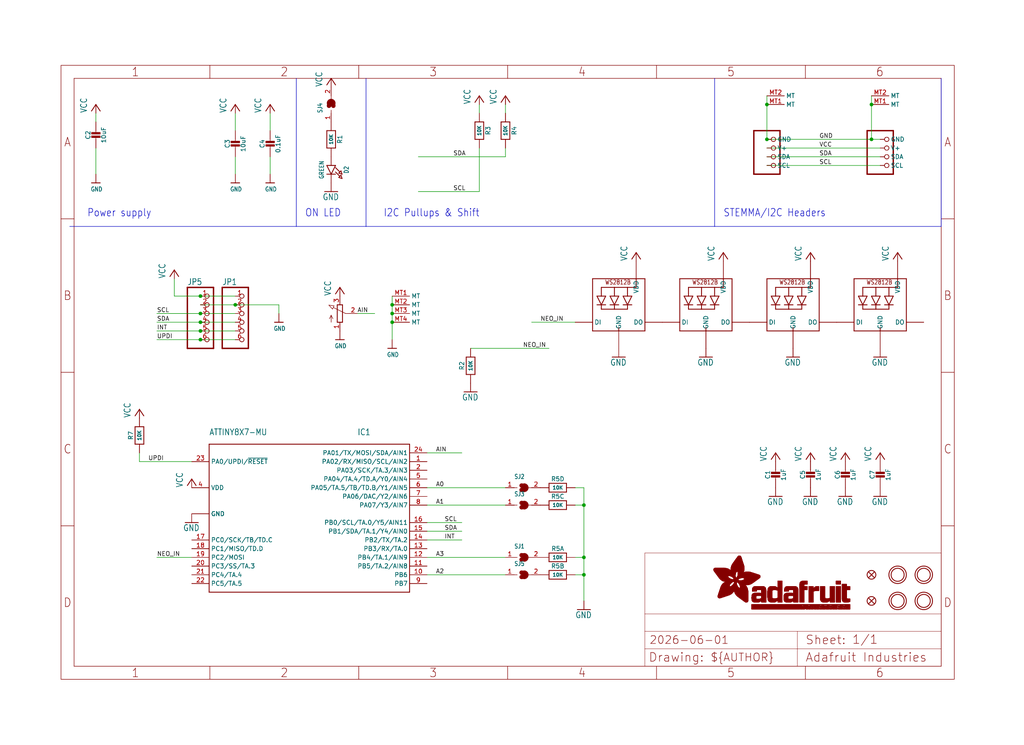
<source format=kicad_sch>
(kicad_sch (version 20230121) (generator eeschema)
  (paper "User" 298.45 217.322)
  (lib_symbols
    (symbol "working-eagle-import:ATTINY8X7-MU"
      (property "Reference" "IC" (at 12.7 25.4 0))
      (symbol "ATTINY8X7-MU_1_0"
        (pin bidirectional line (at 33.02 17.78 180) (length 5.08) (name "PA02/RX/MISO/SCL/AIN2") (number "1"))
        (pin bidirectional line (at 33.02 -15.24 180) (length 5.08) (name "PB6") (number "10"))
        (pin bidirectional line (at 33.02 -12.7 180) (length 5.08) (name "PB5/TA.2/AIN8") (number "11"))
        (pin bidirectional line (at 33.02 -10.16 180) (length 5.08) (name "PB4/TA.1/AIN9") (number "12"))
        (pin bidirectional line (at 33.02 -7.62 180) (length 5.08) (name "PB3/RX/TA.0") (number "13"))
        (pin bidirectional line (at 33.02 -5.08 180) (length 5.08) (name "PB2/TX/TA.2") (number "14"))
        (pin bidirectional line (at 33.02 -2.54 180) (length 5.08) (name "PB1/SDA/TA.1/Y4/AIN0") (number "15"))
        (pin bidirectional line (at 33.02 0 180) (length 5.08) (name "PB0/SCL/TA.0/Y5/AIN11") (number "16"))
        (pin bidirectional line (at -35.56 -5.08 0) (length 5.08) (name "PC0/SCK/TB/TD.C") (number "17"))
        (pin bidirectional line (at -35.56 -7.62 0) (length 5.08) (name "PC1/MISO/TD.D") (number "18"))
        (pin bidirectional line (at -35.56 -10.16 0) (length 5.08) (name "PC2/MOSI") (number "19"))
        (pin bidirectional line (at 33.02 15.24 180) (length 5.08) (name "PA03/SCK/TA.3/AIN3") (number "2"))
        (pin bidirectional line (at -35.56 -12.7 0) (length 5.08) (name "PC3/SS/TA.3") (number "20"))
        (pin bidirectional line (at -35.56 -15.24 0) (length 5.08) (name "PC4/TA.4") (number "21"))
        (pin bidirectional line (at -35.56 -17.78 0) (length 5.08) (name "PC5/TA.5") (number "22"))
        (pin bidirectional line (at -35.56 17.78 0) (length 5.08) (name "PA0/UPDI/~{RESET}") (number "23"))
        (pin bidirectional line (at 33.02 20.32 180) (length 5.08) (name "PA01/TX/MOSI/SDA/AIN1") (number "24"))
        (pin power_in line (at -35.56 2.54 0) (length 5.08) (name "GND") (number "3"))
        (pin power_in line (at -35.56 10.16 0) (length 5.08) (name "VDD") (number "4"))
        (pin bidirectional line (at 33.02 12.7 180) (length 5.08) (name "PA04/TA.4/TD.A/Y0/AIN4") (number "5"))
        (pin bidirectional line (at 33.02 10.16 180) (length 5.08) (name "PA05/TA.5/TB/TD.B/Y1/AIN5") (number "6"))
        (pin bidirectional line (at 33.02 7.62 180) (length 5.08) (name "PA06/DAC/Y2/AIN6") (number "7"))
        (pin bidirectional line (at 33.02 5.08 180) (length 5.08) (name "PA07/Y3/AIN7") (number "8"))
        (pin bidirectional line (at 33.02 -17.78 180) (length 5.08) (name "PB7") (number "9"))
        (pin power_in line (at -35.56 2.54 0) (length 5.08) (name "GND") (number "THERM"))
      )
    )
    (symbol "working-eagle-import:CAP_CERAMIC0603_NO"
      (property "Reference" "C" (at -2.29 1.25 90))
      (symbol "CAP_CERAMIC0603_NO_1_0"
        (pin passive line (at 0 5.08 270) (length 2.54) (name "1") (number "1"))
        (pin passive line (at 0 -2.54 90) (length 2.54) (name "2") (number "2"))
      )
    )
    (symbol "working-eagle-import:CAP_CERAMIC0805-NOOUTLINE"
      (property "Reference" "C" (at -2.29 1.25 90))
      (symbol "CAP_CERAMIC0805-NOOUTLINE_1_0"
        (pin passive line (at 0 5.08 270) (length 2.54) (name "1") (number "1"))
        (pin passive line (at 0 -2.54 90) (length 2.54) (name "2") (number "2"))
      )
    )
    (symbol "working-eagle-import:FIDUCIAL_1MM")
    (symbol "working-eagle-import:FRAME_A4_ADAFRUIT"
      (symbol "FRAME_A4_ADAFRUIT_1_0"
        (text "${#}/${##}" (at 230.505 10.16 0) (effects (font (size 2.54 2.54)) (justify left bottom)))
        (text "${AUTHOR}" (at 189.23 5.08 0) (effects (font (size 2.286 2.286)) (justify left bottom)))
        (text "${CURRENT_DATE}" (at 171.45 10.16 0) (effects (font (size 2.286 2.286)) (justify left bottom)))
        (text "${PROJECTNAME}" (at 171.45 15.24 0) (effects (font (size 2.54 2.54)) (justify left bottom)))
        (text "1" (at 21.6958 1.905 0) (effects (font (size 2.54 2.286))))
        (text "1" (at 21.6958 177.165 0) (effects (font (size 2.54 2.286))))
        (text "2" (at 65.0875 1.905 0) (effects (font (size 2.54 2.286))))
        (text "2" (at 65.0875 177.165 0) (effects (font (size 2.54 2.286))))
        (text "3" (at 108.4792 1.905 0) (effects (font (size 2.54 2.286))))
        (text "3" (at 108.4792 177.165 0) (effects (font (size 2.54 2.286))))
        (text "4" (at 151.8708 1.905 0) (effects (font (size 2.54 2.286))))
        (text "4" (at 151.8708 177.165 0) (effects (font (size 2.54 2.286))))
        (text "5" (at 195.2625 1.905 0) (effects (font (size 2.54 2.286))))
        (text "5" (at 195.2625 177.165 0) (effects (font (size 2.54 2.286))))
        (text "6" (at 238.6542 1.905 0) (effects (font (size 2.54 2.286))))
        (text "6" (at 238.6542 177.165 0) (effects (font (size 2.54 2.286))))
        (text "A" (at 1.905 156.6863 0) (effects (font (size 2.54 2.286))))
        (text "A" (at 258.445 156.6863 0) (effects (font (size 2.54 2.286))))
        (text "Adafruit Industries" (at 216.916 4.953 0) (effects (font (size 2.54 2.54)) (justify left bottom)))
        (text "B" (at 1.905 111.9188 0) (effects (font (size 2.54 2.286))))
        (text "B" (at 258.445 111.9188 0) (effects (font (size 2.54 2.286))))
        (text "C" (at 1.905 67.1513 0) (effects (font (size 2.54 2.286))))
        (text "C" (at 258.445 67.1513 0) (effects (font (size 2.54 2.286))))
        (text "D" (at 1.905 22.3838 0) (effects (font (size 2.54 2.286))))
        (text "D" (at 258.445 22.3838 0) (effects (font (size 2.54 2.286))))
        (text "Drawing:" (at 171.196 4.953 0) (effects (font (size 2.54 2.54)) (justify left bottom)))
        (text "Sheet:" (at 216.916 10.033 0) (effects (font (size 2.54 2.54)) (justify left bottom)))
      )
    )
    (symbol "working-eagle-import:GND" (power)
      (property "Value" "GND" (at -1.524 -2.54 0))
      (symbol "GND_1_0"
        (pin power_in line (at 0 2.54 270) (length 2.54) (name "GND") (number "1"))
      )
    )
    (symbol "working-eagle-import:HEADER-1X670MIL"
      (property "Reference" "JP" (at -6.35 10.795 0))
      (symbol "HEADER-1X670MIL_1_0"
        (pin passive inverted (at -2.54 7.62 0) (length 2.54) (name "1") (number "1"))
        (pin passive inverted (at -2.54 5.08 0) (length 2.54) (name "2") (number "2"))
        (pin passive inverted (at -2.54 2.54 0) (length 2.54) (name "3") (number "3"))
        (pin passive inverted (at -2.54 0 0) (length 2.54) (name "4") (number "4"))
        (pin passive inverted (at -2.54 -2.54 0) (length 2.54) (name "5") (number "5"))
        (pin passive inverted (at -2.54 -5.08 0) (length 2.54) (name "6") (number "6"))
      )
    )
    (symbol "working-eagle-import:LED0603_NOOUTLINE"
      (property "Reference" "D" (at -1.27 4.445 0))
      (symbol "LED0603_NOOUTLINE_1_0"
        (pin passive line (at -5.08 0 0) (length 2.54) (name "A") (number "A"))
        (pin passive line (at 2.54 0 180) (length 2.54) (name "C") (number "C"))
      )
    )
    (symbol "working-eagle-import:MOUNTINGHOLE2.5")
    (symbol "working-eagle-import:RESISTOR_0603_NOOUT"
      (property "Reference" "R" (at 0 2.54 0))
      (symbol "RESISTOR_0603_NOOUT_1_0"
        (pin passive line (at -5.08 0 0) (length 2.54) (name "1") (number "1"))
        (pin passive line (at 5.08 0 180) (length 2.54) (name "2") (number "2"))
      )
    )
    (symbol "working-eagle-import:RESISTOR_4PACK"
      (property "Reference" "R" (at 0 2.54 0))
      (symbol "RESISTOR_4PACK_1_0"
        (pin passive line (at -5.08 0 0) (length 2.54) (name "1") (number "1"))
        (pin passive line (at 5.08 0 180) (length 2.54) (name "2") (number "8"))
      )
      (symbol "RESISTOR_4PACK_2_0"
        (pin passive line (at -5.08 0 0) (length 2.54) (name "1") (number "2"))
        (pin passive line (at 5.08 0 180) (length 2.54) (name "2") (number "7"))
      )
      (symbol "RESISTOR_4PACK_3_0"
        (pin passive line (at -5.08 0 0) (length 2.54) (name "1") (number "3"))
        (pin passive line (at 5.08 0 180) (length 2.54) (name "2") (number "6"))
      )
      (symbol "RESISTOR_4PACK_4_0"
        (pin passive line (at -5.08 0 0) (length 2.54) (name "1") (number "4"))
        (pin passive line (at 5.08 0 180) (length 2.54) (name "2") (number "5"))
      )
    )
    (symbol "working-eagle-import:SLIDE_POT_75MM"
      (symbol "SLIDE_POT_75MM_1_0"
        (pin passive line (at 0 -5.08 90) (length 2.54) (name "A") (number "1"))
        (pin passive line (at 5.08 0 180) (length 2.54) (name "S") (number "2"))
        (pin passive line (at 0 5.08 270) (length 2.54) (name "E") (number "3"))
      )
      (symbol "SLIDE_POT_75MM_2_0"
        (pin bidirectional line (at 0 0 0) (length 5.08) (name "MT") (number "MT1"))
      )
      (symbol "SLIDE_POT_75MM_3_0"
        (pin bidirectional line (at 0 0 0) (length 5.08) (name "MT") (number "MT2"))
      )
      (symbol "SLIDE_POT_75MM_4_0"
        (pin bidirectional line (at 0 0 0) (length 5.08) (name "MT") (number "MT3"))
      )
      (symbol "SLIDE_POT_75MM_5_0"
        (pin bidirectional line (at 0 0 0) (length 5.08) (name "MT") (number "MT4"))
      )
    )
    (symbol "working-eagle-import:SOLDERJUMPERCLOSED"
      (property "Reference" "SJ" (at -2.54 2.54 0))
      (symbol "SOLDERJUMPERCLOSED_1_0"
        (pin passive line (at -5.08 0 0) (length 2.54) (name "1") (number "1"))
        (pin passive line (at 5.08 0 180) (length 2.54) (name "2") (number "2"))
      )
    )
    (symbol "working-eagle-import:STEMMA_I2C_QT"
      (symbol "STEMMA_I2C_QT_1_0"
        (pin passive inverted (at 0 5.08 0) (length 2.54) (name "GND") (number "1"))
        (pin passive inverted (at 0 2.54 0) (length 2.54) (name "V+") (number "2"))
        (pin passive inverted (at 0 0 0) (length 2.54) (name "SDA") (number "3"))
        (pin passive inverted (at 0 -2.54 0) (length 2.54) (name "SCL") (number "4"))
      )
      (symbol "STEMMA_I2C_QT_2_0"
        (pin bidirectional line (at 0 0 0) (length 5.08) (name "MT") (number "MT1"))
      )
      (symbol "STEMMA_I2C_QT_3_0"
        (pin bidirectional line (at 0 0 0) (length 5.08) (name "MT") (number "MT2"))
      )
    )
    (symbol "working-eagle-import:VCC" (power)
      (property "Value" "VCC" (at -2.54 -2.54 90))
      (symbol "VCC_1_0"
        (pin power_in line (at 0 -2.54 90) (length 2.54) (name "VCC") (number "1"))
      )
    )
    (symbol "working-eagle-import:WS2812B_SK6812E"
      (symbol "WS2812B_SK6812E_1_0"
        (text "WS2812B" (at -4.064 8.382 0) (effects (font (size 1.27 1.0795)) (justify left bottom)))
        (pin power_in line (at 5.08 15.24 270) (length 5.08) (name "VDD") (number "1-VDD"))
        (pin output line (at 12.7 -2.54 180) (length 5.08) (name "DO") (number "2-DOUT"))
        (pin power_in line (at 0 -10.16 90) (length 5.08) (name "GND") (number "3-GND"))
        (pin input line (at -12.7 -2.54 0) (length 5.08) (name "DI") (number "4-DIN"))
      )
    )
    (symbol "working-eagle-import:supply1_GND" (power)
      (property "Value" "supply1_GND" (at -2.54 -2.54 0))
      (symbol "supply1_GND_1_0"
        (pin power_in line (at 0 2.54 270) (length 2.54) (name "GND") (number "1"))
      )
    )
  )
  (junction (at 170.18 162.56))
  (junction (at 58.42 91.44))
  (junction (at 114.3 93.98))
  (junction (at 58.42 96.52))
  (junction (at 58.42 86.36))
  (junction (at 254 40.64))
  (junction (at 223.52 40.64))
  (junction (at 114.3 91.44))
  (junction (at 223.52 30.48))
  (junction (at 170.18 147.32))
  (junction (at 68.58 88.9))
  (junction (at 114.3 88.9))
  (junction (at 170.18 167.64))
  (junction (at 254 30.48))
  (junction (at 58.42 99.06))
  (junction (at 58.42 93.98))
  (wire (pts (xy 27.94 50.8) (xy 27.94 43.18)) (stroke (width 0.1524)))
  (wire (pts (xy 114.3 93.98) (xy 114.3 99.06)) (stroke (width 0.1524)))
  (wire (pts (xy 256.54 40.64) (xy 254 40.64)) (stroke (width 0.1524)))
  (wire (pts (xy 58.42 86.36) (xy 50.8 86.36)) (stroke (width 0.1524)))
  (wire (pts (xy 124.46 147.32) (xy 147.32 147.32)) (stroke (width 0.1524)))
  (wire (pts (xy 114.3 86.36) (xy 114.3 88.9)) (stroke (width 0.1524)))
  (wire (pts (xy 170.18 142.24) (xy 170.18 147.32)) (stroke (width 0.1524)))
  (wire (pts (xy 68.58 93.98) (xy 58.42 93.98)) (stroke (width 0.1524)))
  (wire (pts (xy 58.42 96.52) (xy 45.72 96.52)) (stroke (width 0.1524)))
  (wire (pts (xy 254 40.64) (xy 223.52 40.64)) (stroke (width 0.1524)))
  (wire (pts (xy 68.58 88.9) (xy 58.42 88.9)) (stroke (width 0.1524)))
  (polyline (pts (xy 106.68 66.04) (xy 208.28 66.04)) (stroke (width 0.1524) (type solid)))
  (wire (pts (xy 223.52 48.26) (xy 256.54 48.26)) (stroke (width 0.1524)))
  (wire (pts (xy 254 30.48) (xy 254 40.64)) (stroke (width 0.1524)))
  (wire (pts (xy 68.58 33.02) (xy 68.58 38.1)) (stroke (width 0.1524)))
  (wire (pts (xy 167.64 93.98) (xy 154.94 93.98)) (stroke (width 0.1524)))
  (wire (pts (xy 223.52 43.18) (xy 256.54 43.18)) (stroke (width 0.1524)))
  (wire (pts (xy 27.94 33.02) (xy 27.94 35.56)) (stroke (width 0.1524)))
  (wire (pts (xy 78.74 33.02) (xy 78.74 38.1)) (stroke (width 0.1524)))
  (wire (pts (xy 124.46 154.94) (xy 134.62 154.94)) (stroke (width 0.1524)))
  (wire (pts (xy 160.02 101.6) (xy 137.16 101.6)) (stroke (width 0.1524)))
  (wire (pts (xy 114.3 88.9) (xy 114.3 91.44)) (stroke (width 0.1524)))
  (wire (pts (xy 170.18 147.32) (xy 170.18 162.56)) (stroke (width 0.1524)))
  (wire (pts (xy 68.58 99.06) (xy 58.42 99.06)) (stroke (width 0.1524)))
  (polyline (pts (xy 208.28 22.86) (xy 208.28 66.04)) (stroke (width 0.1524) (type solid)))
  (wire (pts (xy 139.7 55.88) (xy 121.92 55.88)) (stroke (width 0.1524)))
  (wire (pts (xy 147.32 43.18) (xy 147.32 45.72)) (stroke (width 0.1524)))
  (wire (pts (xy 170.18 162.56) (xy 167.64 162.56)) (stroke (width 0.1524)))
  (wire (pts (xy 256.54 45.72) (xy 223.52 45.72)) (stroke (width 0.1524)))
  (wire (pts (xy 139.7 43.18) (xy 139.7 55.88)) (stroke (width 0.1524)))
  (wire (pts (xy 104.14 91.44) (xy 109.22 91.44)) (stroke (width 0.1524)))
  (polyline (pts (xy 274.32 22.86) (xy 274.32 66.04)) (stroke (width 0.1524) (type solid)))
  (wire (pts (xy 124.46 157.48) (xy 134.62 157.48)) (stroke (width 0.1524)))
  (wire (pts (xy 147.32 33.02) (xy 147.32 30.48)) (stroke (width 0.1524)))
  (polyline (pts (xy 20.32 66.04) (xy 86.36 66.04)) (stroke (width 0.1524) (type solid)))
  (wire (pts (xy 223.52 30.48) (xy 223.52 40.64)) (stroke (width 0.1524)))
  (wire (pts (xy 68.58 96.52) (xy 58.42 96.52)) (stroke (width 0.1524)))
  (wire (pts (xy 81.28 88.9) (xy 81.28 91.44)) (stroke (width 0.1524)))
  (polyline (pts (xy 86.36 66.04) (xy 106.68 66.04)) (stroke (width 0.1524) (type solid)))
  (wire (pts (xy 68.58 91.44) (xy 58.42 91.44)) (stroke (width 0.1524)))
  (wire (pts (xy 55.88 162.56) (xy 45.72 162.56)) (stroke (width 0.1524)))
  (wire (pts (xy 223.52 27.94) (xy 223.52 30.48)) (stroke (width 0.1524)))
  (wire (pts (xy 139.7 30.48) (xy 139.7 33.02)) (stroke (width 0.1524)))
  (wire (pts (xy 78.74 45.72) (xy 78.74 50.8)) (stroke (width 0.1524)))
  (wire (pts (xy 40.64 134.62) (xy 40.64 132.08)) (stroke (width 0.1524)))
  (wire (pts (xy 167.64 167.64) (xy 170.18 167.64)) (stroke (width 0.1524)))
  (wire (pts (xy 50.8 86.36) (xy 50.8 81.28)) (stroke (width 0.1524)))
  (wire (pts (xy 147.32 142.24) (xy 124.46 142.24)) (stroke (width 0.1524)))
  (wire (pts (xy 170.18 167.64) (xy 170.18 175.26)) (stroke (width 0.1524)))
  (wire (pts (xy 68.58 86.36) (xy 58.42 86.36)) (stroke (width 0.1524)))
  (wire (pts (xy 167.64 142.24) (xy 170.18 142.24)) (stroke (width 0.1524)))
  (wire (pts (xy 68.58 88.9) (xy 81.28 88.9)) (stroke (width 0.1524)))
  (wire (pts (xy 124.46 152.4) (xy 134.62 152.4)) (stroke (width 0.1524)))
  (polyline (pts (xy 106.68 22.86) (xy 106.68 66.04)) (stroke (width 0.1524) (type solid)))
  (polyline (pts (xy 86.36 22.86) (xy 86.36 66.04)) (stroke (width 0.1524) (type solid)))
  (wire (pts (xy 55.88 134.62) (xy 40.64 134.62)) (stroke (width 0.1524)))
  (wire (pts (xy 147.32 167.64) (xy 124.46 167.64)) (stroke (width 0.1524)))
  (wire (pts (xy 147.32 45.72) (xy 121.92 45.72)) (stroke (width 0.1524)))
  (wire (pts (xy 167.64 147.32) (xy 170.18 147.32)) (stroke (width 0.1524)))
  (wire (pts (xy 58.42 99.06) (xy 45.72 99.06)) (stroke (width 0.1524)))
  (wire (pts (xy 68.58 45.72) (xy 68.58 50.8)) (stroke (width 0.1524)))
  (wire (pts (xy 254 27.94) (xy 254 30.48)) (stroke (width 0.1524)))
  (wire (pts (xy 58.42 93.98) (xy 45.72 93.98)) (stroke (width 0.1524)))
  (wire (pts (xy 114.3 91.44) (xy 114.3 93.98)) (stroke (width 0.1524)))
  (wire (pts (xy 170.18 162.56) (xy 170.18 167.64)) (stroke (width 0.1524)))
  (wire (pts (xy 124.46 162.56) (xy 147.32 162.56)) (stroke (width 0.1524)))
  (wire (pts (xy 58.42 91.44) (xy 45.72 91.44)) (stroke (width 0.1524)))
  (polyline (pts (xy 208.28 66.04) (xy 274.32 66.04)) (stroke (width 0.1524) (type solid)))
  (wire (pts (xy 124.46 132.08) (xy 134.62 132.08)) (stroke (width 0.1524)))
  (text "ON LED" (at 88.9 63.5 0) (effects (font (size 2.1844 1.8567)) (justify left bottom)))
  (text "Power supply" (at 25.4 63.5 0) (effects (font (size 2.1844 1.8567)) (justify left bottom)))
  (text "I2C Pullups & Shift" (at 111.76 63.5 0) (effects (font (size 2.1844 1.8567)) (justify left bottom)))
  (text "STEMMA/I2C Headers" (at 210.82 63.5 0) (effects (font (size 2.1844 1.8567)) (justify left bottom)))
  (label "INT" (at 129.54 157.48 0) (effects (font (size 1.2446 1.2446))))
  (label "UPDI" (at 43.18 134.62 0) (effects (font (size 1.2446 1.2446))))
  (label "SDA" (at 238.76 45.72 0) (effects (font (size 1.2446 1.2446))))
  (label "A3" (at 127 162.56 0) (effects (font (size 1.2446 1.2446))))
  (label "VCC" (at 238.76 43.18 0) (effects (font (size 1.2446 1.2446))))
  (label "AIN" (at 127 132.08 0) (effects (font (size 1.2446 1.2446))))
  (label "GND" (at 238.76 40.64 0) (effects (font (size 1.2446 1.2446))))
  (label "UPDI" (at 45.72 99.06 0) (effects (font (size 1.2446 1.2446))))
  (label "A2" (at 127 167.64 0) (effects (font (size 1.2446 1.2446))))
  (label "A1" (at 127 147.32 0) (effects (font (size 1.2446 1.2446))))
  (label "NEO_IN" (at 45.72 162.56 0) (effects (font (size 1.2446 1.2446))))
  (label "INT" (at 45.72 96.52 0) (effects (font (size 1.2446 1.2446))))
  (label "SDA" (at 132.08 45.72 0) (effects (font (size 1.2446 1.2446))))
  (label "SCL" (at 45.72 91.44 0) (effects (font (size 1.2446 1.2446))))
  (label "SCL" (at 238.76 48.26 0) (effects (font (size 1.2446 1.2446))))
  (label "NEO_IN" (at 152.4 101.6 0) (effects (font (size 1.2446 1.2446))))
  (label "SCL" (at 132.08 55.88 0) (effects (font (size 1.2446 1.2446))))
  (label "NEO_IN" (at 157.48 93.98 0) (effects (font (size 1.2446 1.2446))))
  (label "AIN" (at 104.14 91.44 0) (effects (font (size 1.2446 1.2446))))
  (label "SDA" (at 45.72 93.98 0) (effects (font (size 1.2446 1.2446))))
  (label "A0" (at 127 142.24 0) (effects (font (size 1.2446 1.2446))))
  (label "SCL" (at 129.54 152.4 0) (effects (font (size 1.2446 1.2446))))
  (label "SDA" (at 129.54 154.94 0) (effects (font (size 1.2446 1.2446))))
  (symbol (lib_id "working-eagle-import:CAP_CERAMIC0603_NO") (at 236.22 139.7 0) (unit 1)
    (property "Reference" "C5" (at 233.93 138.45 90))
    (property "Value" "1uF" (at 238.52 138.45 90))
    (property "Footprint" "working:0603-NO" (effects hide))
  )
  (symbol (lib_id "working-eagle-import:STEMMA_I2C_QT") (at 254 30.48 0) (unit 2)
    (property "Reference" "CONN4" (effects hide))
    (property "Value" "STEMMA_I2C_QT" (effects hide))
    (property "Footprint" "working:JST_SH4" (effects hide))
  )
  (symbol (lib_id "working-eagle-import:VCC") (at 27.94 30.48 0) (unit 1)
    (property "Reference" "#P+3" (effects hide))
    (property "Value" "VCC" (at 25.4 33.02 90) (effects (font (size 1.778 1.5113)) (justify left bottom)))
  )
  (symbol (lib_id "working-eagle-import:MOUNTINGHOLE2.5") (at 261.62 167.64 0) (unit 1)
    (property "Reference" "U$17" (effects hide))
    (property "Value" "MOUNTINGHOLE2.5" (effects hide))
    (property "Footprint" "working:MOUNTINGHOLE_2.5_PLATED" (effects hide))
  )
  (symbol (lib_id "working-eagle-import:SOLDERJUMPERCLOSED") (at 152.4 167.64 0) (unit 1)
    (property "Reference" "SJ5" (at 149.86 165.1 0) (effects (font (size 1.27 1.0795)) (justify left bottom)))
    (property "Value" "SOLDERJUMPERCLOSED" (effects hide))
    (property "Footprint" "working:SOLDERJUMPER_CLOSEDWIRE" (effects hide))
  )
  (symbol (lib_id "working-eagle-import:CAP_CERAMIC0603_NO") (at 256.54 139.7 0) (unit 1)
    (property "Reference" "C7" (at 254.25 138.45 90))
    (property "Value" "1uF" (at 258.84 138.45 90))
    (property "Footprint" "working:0603-NO" (effects hide))
  )
  (symbol (lib_id "working-eagle-import:supply1_GND") (at 236.22 144.78 0) (unit 1)
    (property "Reference" "#GND4" (effects hide))
    (property "Value" "GND" (at 233.68 147.32 0) (effects (font (size 1.778 1.5113)) (justify left bottom)))
  )
  (symbol (lib_id "working-eagle-import:GND") (at 114.3 101.6 0) (unit 1)
    (property "Reference" "#U$18" (effects hide))
    (property "Value" "GND" (at 112.776 104.14 0) (effects (font (size 1.27 1.0795)) (justify left bottom)))
  )
  (symbol (lib_id "working-eagle-import:MOUNTINGHOLE2.5") (at 269.24 167.64 0) (unit 1)
    (property "Reference" "U$19" (effects hide))
    (property "Value" "MOUNTINGHOLE2.5" (effects hide))
    (property "Footprint" "working:MOUNTINGHOLE_2.5_PLATED" (effects hide))
  )
  (symbol (lib_id "working-eagle-import:VCC") (at 96.52 22.86 0) (unit 1)
    (property "Reference" "#P+17" (effects hide))
    (property "Value" "VCC" (at 93.98 25.4 90) (effects (font (size 1.778 1.5113)) (justify left bottom)))
  )
  (symbol (lib_id "working-eagle-import:supply1_GND") (at 180.34 104.14 0) (unit 1)
    (property "Reference" "#GND1" (effects hide))
    (property "Value" "GND" (at 177.8 106.68 0) (effects (font (size 1.778 1.5113)) (justify left bottom)))
  )
  (symbol (lib_id "working-eagle-import:supply1_GND") (at 137.16 114.3 0) (unit 1)
    (property "Reference" "#GND14" (effects hide))
    (property "Value" "GND" (at 134.62 116.84 0) (effects (font (size 1.778 1.5113)) (justify left bottom)))
  )
  (symbol (lib_id "working-eagle-import:SLIDE_POT_75MM") (at 114.3 88.9 0) (unit 3)
    (property "Reference" "POT1" (effects hide))
    (property "Value" "SLIDE_POT_75MM" (effects hide))
    (property "Footprint" "working:SLIDE_POT_75MM" (effects hide))
  )
  (symbol (lib_id "working-eagle-import:supply1_GND") (at 246.38 144.78 0) (unit 1)
    (property "Reference" "#GND5" (effects hide))
    (property "Value" "GND" (at 243.84 147.32 0) (effects (font (size 1.778 1.5113)) (justify left bottom)))
  )
  (symbol (lib_id "working-eagle-import:FIDUCIAL_1MM") (at 254 167.64 0) (unit 1)
    (property "Reference" "FID2" (effects hide))
    (property "Value" "FIDUCIAL_1MM" (effects hide))
    (property "Footprint" "working:FIDUCIAL_1MM" (effects hide))
  )
  (symbol (lib_id "working-eagle-import:VCC") (at 236.22 132.08 0) (unit 1)
    (property "Reference" "#P+11" (effects hide))
    (property "Value" "VCC" (at 233.68 134.62 90) (effects (font (size 1.778 1.5113)) (justify left bottom)))
  )
  (symbol (lib_id "working-eagle-import:SOLDERJUMPERCLOSED") (at 152.4 147.32 0) (unit 1)
    (property "Reference" "SJ3" (at 149.86 144.78 0) (effects (font (size 1.27 1.0795)) (justify left bottom)))
    (property "Value" "SOLDERJUMPERCLOSED" (effects hide))
    (property "Footprint" "working:SOLDERJUMPER_CLOSEDWIRE" (effects hide))
  )
  (symbol (lib_id "working-eagle-import:RESISTOR_4PACK") (at 162.56 142.24 0) (unit 4)
    (property "Reference" "R5" (at 162.56 139.7 0))
    (property "Value" "10K" (at 162.56 142.24 0) (effects (font (size 1.016 1.016) bold)))
    (property "Footprint" "working:RESPACK_4X0603" (effects hide))
  )
  (symbol (lib_id "working-eagle-import:supply1_GND") (at 55.88 152.4 0) (unit 1)
    (property "Reference" "#GND16" (effects hide))
    (property "Value" "GND" (at 53.34 154.94 0) (effects (font (size 1.778 1.5113)) (justify left bottom)))
  )
  (symbol (lib_id "working-eagle-import:SLIDE_POT_75MM") (at 114.3 86.36 0) (unit 2)
    (property "Reference" "POT1" (effects hide))
    (property "Value" "SLIDE_POT_75MM" (effects hide))
    (property "Footprint" "working:SLIDE_POT_75MM" (effects hide))
  )
  (symbol (lib_id "working-eagle-import:RESISTOR_0603_NOOUT") (at 139.7 38.1 270) (unit 1)
    (property "Reference" "R3" (at 142.24 38.1 0))
    (property "Value" "10K" (at 139.7 38.1 0) (effects (font (size 1.016 1.016) bold)))
    (property "Footprint" "working:0603-NO" (effects hide))
  )
  (symbol (lib_id "working-eagle-import:SOLDERJUMPERCLOSED") (at 152.4 142.24 0) (unit 1)
    (property "Reference" "SJ2" (at 149.86 139.7 0) (effects (font (size 1.27 1.0795)) (justify left bottom)))
    (property "Value" "SOLDERJUMPERCLOSED" (effects hide))
    (property "Footprint" "working:SOLDERJUMPER_CLOSEDWIRE" (effects hide))
  )
  (symbol (lib_id "working-eagle-import:VCC") (at 68.58 30.48 0) (unit 1)
    (property "Reference" "#P+6" (effects hide))
    (property "Value" "VCC" (at 66.04 33.02 90) (effects (font (size 1.778 1.5113)) (justify left bottom)))
  )
  (symbol (lib_id "working-eagle-import:GND") (at 78.74 53.34 0) (unit 1)
    (property "Reference" "#U$6" (effects hide))
    (property "Value" "GND" (at 77.216 55.88 0) (effects (font (size 1.27 1.0795)) (justify left bottom)))
  )
  (symbol (lib_id "working-eagle-import:GND") (at 81.28 93.98 0) (unit 1)
    (property "Reference" "#U$10" (effects hide))
    (property "Value" "GND" (at 79.756 96.52 0) (effects (font (size 1.27 1.0795)) (justify left bottom)))
  )
  (symbol (lib_id "working-eagle-import:VCC") (at 139.7 27.94 0) (unit 1)
    (property "Reference" "#P+1" (effects hide))
    (property "Value" "VCC" (at 137.16 30.48 90) (effects (font (size 1.778 1.5113)) (justify left bottom)))
  )
  (symbol (lib_id "working-eagle-import:supply1_GND") (at 256.54 144.78 0) (unit 1)
    (property "Reference" "#GND7" (effects hide))
    (property "Value" "GND" (at 254 147.32 0) (effects (font (size 1.778 1.5113)) (justify left bottom)))
  )
  (symbol (lib_id "working-eagle-import:CAP_CERAMIC0603_NO") (at 78.74 43.18 0) (unit 1)
    (property "Reference" "C4" (at 76.45 41.93 90))
    (property "Value" "0.1uF" (at 81.04 41.93 90))
    (property "Footprint" "working:0603-NO" (effects hide))
  )
  (symbol (lib_id "working-eagle-import:SLIDE_POT_75MM") (at 114.3 91.44 0) (unit 4)
    (property "Reference" "POT1" (effects hide))
    (property "Value" "SLIDE_POT_75MM" (effects hide))
    (property "Footprint" "working:SLIDE_POT_75MM" (effects hide))
  )
  (symbol (lib_id "working-eagle-import:STEMMA_I2C_QT") (at 223.52 30.48 0) (unit 2)
    (property "Reference" "CONN3" (effects hide))
    (property "Value" "STEMMA_I2C_QT" (effects hide))
    (property "Footprint" "working:JST_SH4" (effects hide))
  )
  (symbol (lib_id "working-eagle-import:SLIDE_POT_75MM") (at 99.06 91.44 0) (unit 1)
    (property "Reference" "POT1" (effects hide))
    (property "Value" "SLIDE_POT_75MM" (effects hide))
    (property "Footprint" "working:SLIDE_POT_75MM" (effects hide))
  )
  (symbol (lib_id "working-eagle-import:supply1_GND") (at 96.52 55.88 0) (unit 1)
    (property "Reference" "#GND6" (effects hide))
    (property "Value" "GND" (at 93.98 58.42 0) (effects (font (size 1.778 1.5113)) (justify left bottom)))
  )
  (symbol (lib_id "working-eagle-import:RESISTOR_4PACK") (at 162.56 167.64 0) (unit 2)
    (property "Reference" "R5" (at 162.56 165.1 0))
    (property "Value" "10K" (at 162.56 167.64 0) (effects (font (size 1.016 1.016) bold)))
    (property "Footprint" "working:RESPACK_4X0603" (effects hide))
  )
  (symbol (lib_id "working-eagle-import:RESISTOR_0603_NOOUT") (at 40.64 127 90) (unit 1)
    (property "Reference" "R7" (at 38.1 127 0))
    (property "Value" "10K" (at 40.64 127 0) (effects (font (size 1.016 1.016) bold)))
    (property "Footprint" "working:0603-NO" (effects hide))
  )
  (symbol (lib_id "working-eagle-import:CAP_CERAMIC0805-NOOUTLINE") (at 68.58 43.18 0) (unit 1)
    (property "Reference" "C3" (at 66.29 41.93 90))
    (property "Value" "10uF" (at 70.88 41.93 90))
    (property "Footprint" "working:0805-NO" (effects hide))
  )
  (symbol (lib_id "working-eagle-import:RESISTOR_0603_NOOUT") (at 137.16 106.68 90) (unit 1)
    (property "Reference" "R2" (at 134.62 106.68 0))
    (property "Value" "10K" (at 137.16 106.68 0) (effects (font (size 1.016 1.016) bold)))
    (property "Footprint" "working:0603-NO" (effects hide))
  )
  (symbol (lib_id "working-eagle-import:VCC") (at 236.22 73.66 0) (unit 1)
    (property "Reference" "#P+8" (effects hide))
    (property "Value" "VCC" (at 233.68 76.2 90) (effects (font (size 1.778 1.5113)) (justify left bottom)))
  )
  (symbol (lib_id "working-eagle-import:RESISTOR_4PACK") (at 162.56 162.56 0) (unit 1)
    (property "Reference" "R5" (at 162.56 160.02 0))
    (property "Value" "10K" (at 162.56 162.56 0) (effects (font (size 1.016 1.016) bold)))
    (property "Footprint" "working:RESPACK_4X0603" (effects hide))
  )
  (symbol (lib_id "working-eagle-import:VCC") (at 185.42 73.66 0) (unit 1)
    (property "Reference" "#P+5" (effects hide))
    (property "Value" "VCC" (at 182.88 76.2 90) (effects (font (size 1.778 1.5113)) (justify left bottom)))
  )
  (symbol (lib_id "working-eagle-import:RESISTOR_0603_NOOUT") (at 96.52 40.64 270) (unit 1)
    (property "Reference" "R1" (at 99.06 40.64 0))
    (property "Value" "10K" (at 96.52 40.64 0) (effects (font (size 1.016 1.016) bold)))
    (property "Footprint" "working:0603-NO" (effects hide))
  )
  (symbol (lib_id "working-eagle-import:WS2812B_SK6812E") (at 256.54 91.44 0) (unit 1)
    (property "Reference" "LED4" (effects hide))
    (property "Value" "WS2812B_SK6812E" (effects hide))
    (property "Footprint" "working:NEO3535_REVERSE" (effects hide))
  )
  (symbol (lib_id "working-eagle-import:CAP_CERAMIC0603_NO") (at 226.06 139.7 0) (unit 1)
    (property "Reference" "C1" (at 223.77 138.45 90))
    (property "Value" "1uF" (at 228.36 138.45 90))
    (property "Footprint" "working:0603-NO" (effects hide))
  )
  (symbol (lib_id "working-eagle-import:VCC") (at 226.06 132.08 0) (unit 1)
    (property "Reference" "#P+10" (effects hide))
    (property "Value" "VCC" (at 223.52 134.62 90) (effects (font (size 1.778 1.5113)) (justify left bottom)))
  )
  (symbol (lib_id "working-eagle-import:VCC") (at 261.62 73.66 0) (unit 1)
    (property "Reference" "#P+9" (effects hide))
    (property "Value" "VCC" (at 259.08 76.2 90) (effects (font (size 1.778 1.5113)) (justify left bottom)))
  )
  (symbol (lib_id "working-eagle-import:MOUNTINGHOLE2.5") (at 269.24 175.26 0) (unit 1)
    (property "Reference" "U$21" (effects hide))
    (property "Value" "MOUNTINGHOLE2.5" (effects hide))
    (property "Footprint" "working:MOUNTINGHOLE_2.5_PLATED" (effects hide))
  )
  (symbol (lib_id "working-eagle-import:LED0603_NOOUTLINE") (at 96.52 50.8 270) (unit 1)
    (property "Reference" "D2" (at 100.965 49.53 0) (effects (font (size 1.27 1.0795))))
    (property "Value" "GREEN" (at 93.726 49.53 0) (effects (font (size 1.27 1.0795))))
    (property "Footprint" "working:CHIPLED_0603_NOOUTLINE" (effects hide))
  )
  (symbol (lib_id "working-eagle-import:CAP_CERAMIC0805-NOOUTLINE") (at 27.94 40.64 0) (unit 1)
    (property "Reference" "C2" (at 25.65 39.39 90))
    (property "Value" "10uF" (at 30.24 39.39 90))
    (property "Footprint" "working:0805-NO" (effects hide))
  )
  (symbol (lib_id "working-eagle-import:VCC") (at 256.54 132.08 0) (unit 1)
    (property "Reference" "#P+13" (effects hide))
    (property "Value" "VCC" (at 254 134.62 90) (effects (font (size 1.778 1.5113)) (justify left bottom)))
  )
  (symbol (lib_id "working-eagle-import:MOUNTINGHOLE2.5") (at 261.62 175.26 0) (unit 1)
    (property "Reference" "U$3" (effects hide))
    (property "Value" "MOUNTINGHOLE2.5" (effects hide))
    (property "Footprint" "working:MOUNTINGHOLE_2.5_PLATED" (effects hide))
  )
  (symbol (lib_id "working-eagle-import:HEADER-1X670MIL") (at 71.12 93.98 0) (unit 1)
    (property "Reference" "JP1" (at 64.77 83.185 0) (effects (font (size 1.778 1.5113)) (justify left bottom)))
    (property "Value" "HEADER-1X670MIL" (effects hide))
    (property "Footprint" "working:1X06_ROUND_70" (effects hide))
  )
  (symbol (lib_id "working-eagle-import:GND") (at 68.58 53.34 0) (unit 1)
    (property "Reference" "#U$5" (effects hide))
    (property "Value" "GND" (at 67.056 55.88 0) (effects (font (size 1.27 1.0795)) (justify left bottom)))
  )
  (symbol (lib_id "working-eagle-import:VCC") (at 50.8 78.74 0) (unit 1)
    (property "Reference" "#P+4" (effects hide))
    (property "Value" "VCC" (at 48.26 81.28 90) (effects (font (size 1.778 1.5113)) (justify left bottom)))
  )
  (symbol (lib_id "working-eagle-import:WS2812B_SK6812E") (at 231.14 91.44 0) (unit 1)
    (property "Reference" "LED3" (effects hide))
    (property "Value" "WS2812B_SK6812E" (effects hide))
    (property "Footprint" "working:NEO3535_REVERSE" (effects hide))
  )
  (symbol (lib_id "working-eagle-import:VCC") (at 78.74 30.48 0) (unit 1)
    (property "Reference" "#P+16" (effects hide))
    (property "Value" "VCC" (at 76.2 33.02 90) (effects (font (size 1.778 1.5113)) (justify left bottom)))
  )
  (symbol (lib_id "working-eagle-import:VCC") (at 147.32 27.94 0) (unit 1)
    (property "Reference" "#P+2" (effects hide))
    (property "Value" "VCC" (at 144.78 30.48 90) (effects (font (size 1.778 1.5113)) (justify left bottom)))
  )
  (symbol (lib_id "working-eagle-import:RESISTOR_4PACK") (at 162.56 147.32 0) (unit 3)
    (property "Reference" "R5" (at 162.56 144.78 0))
    (property "Value" "10K" (at 162.56 147.32 0) (effects (font (size 1.016 1.016) bold)))
    (property "Footprint" "working:RESPACK_4X0603" (effects hide))
  )
  (symbol (lib_id "working-eagle-import:supply1_GND") (at 231.14 104.14 0) (unit 1)
    (property "Reference" "#GND8" (effects hide))
    (property "Value" "GND" (at 228.6 106.68 0) (effects (font (size 1.778 1.5113)) (justify left bottom)))
  )
  (symbol (lib_id "working-eagle-import:SOLDERJUMPERCLOSED") (at 96.52 30.48 90) (unit 1)
    (property "Reference" "SJ4" (at 93.98 33.02 0) (effects (font (size 1.27 1.0795)) (justify left bottom)))
    (property "Value" "SOLDERJUMPERCLOSED" (effects hide))
    (property "Footprint" "working:SOLDERJUMPER_CLOSEDWIRE" (effects hide))
  )
  (symbol (lib_id "working-eagle-import:VCC") (at 210.82 73.66 0) (unit 1)
    (property "Reference" "#P+7" (effects hide))
    (property "Value" "VCC" (at 208.28 76.2 90) (effects (font (size 1.778 1.5113)) (justify left bottom)))
  )
  (symbol (lib_id "working-eagle-import:VCC") (at 40.64 119.38 0) (unit 1)
    (property "Reference" "#P+14" (effects hide))
    (property "Value" "VCC" (at 38.1 121.92 90) (effects (font (size 1.778 1.5113)) (justify left bottom)))
  )
  (symbol (lib_id "working-eagle-import:STEMMA_I2C_QT") (at 223.52 45.72 0) (unit 1)
    (property "Reference" "CONN3" (effects hide))
    (property "Value" "STEMMA_I2C_QT" (effects hide))
    (property "Footprint" "working:JST_SH4" (effects hide))
  )
  (symbol (lib_id "working-eagle-import:VCC") (at 99.06 83.82 0) (unit 1)
    (property "Reference" "#P+15" (effects hide))
    (property "Value" "VCC" (at 96.52 86.36 90) (effects (font (size 1.778 1.5113)) (justify left bottom)))
  )
  (symbol (lib_id "working-eagle-import:WS2812B_SK6812E") (at 180.34 91.44 0) (unit 1)
    (property "Reference" "LED1" (effects hide))
    (property "Value" "WS2812B_SK6812E" (effects hide))
    (property "Footprint" "working:NEO3535_REVERSE" (effects hide))
  )
  (symbol (lib_id "working-eagle-import:GND") (at 99.06 99.06 0) (unit 1)
    (property "Reference" "#U$11" (effects hide))
    (property "Value" "GND" (at 97.536 101.6 0) (effects (font (size 1.27 1.0795)) (justify left bottom)))
  )
  (symbol (lib_id "working-eagle-import:GND") (at 27.94 53.34 0) (unit 1)
    (property "Reference" "#U$13" (effects hide))
    (property "Value" "GND" (at 26.416 55.88 0) (effects (font (size 1.27 1.0795)) (justify left bottom)))
  )
  (symbol (lib_id "working-eagle-import:supply1_GND") (at 226.06 144.78 0) (unit 1)
    (property "Reference" "#GND3" (effects hide))
    (property "Value" "GND" (at 223.52 147.32 0) (effects (font (size 1.778 1.5113)) (justify left bottom)))
  )
  (symbol (lib_id "working-eagle-import:WS2812B_SK6812E") (at 205.74 91.44 0) (unit 1)
    (property "Reference" "LED2" (effects hide))
    (property "Value" "WS2812B_SK6812E" (effects hide))
    (property "Footprint" "working:NEO3535_REVERSE" (effects hide))
  )
  (symbol (lib_id "working-eagle-import:CAP_CERAMIC0603_NO") (at 246.38 139.7 0) (unit 1)
    (property "Reference" "C6" (at 244.09 138.45 90))
    (property "Value" "1uF" (at 248.68 138.45 90))
    (property "Footprint" "working:0603-NO" (effects hide))
  )
  (symbol (lib_id "working-eagle-import:VCC") (at 55.88 139.7 0) (unit 1)
    (property "Reference" "#P+18" (effects hide))
    (property "Value" "VCC" (at 53.34 142.24 90) (effects (font (size 1.778 1.5113)) (justify left bottom)))
  )
  (symbol (lib_id "working-eagle-import:FRAME_A4_ADAFRUIT") (at 17.78 198.12 0) (unit 1)
    (property "Reference" "#U$4" (effects hide))
    (property "Value" "FRAME_A4_ADAFRUIT" (effects hide))
  )
  (symbol (lib_id "working-eagle-import:supply1_GND") (at 205.74 104.14 0) (unit 1)
    (property "Reference" "#GND2" (effects hide))
    (property "Value" "GND" (at 203.2 106.68 0) (effects (font (size 1.778 1.5113)) (justify left bottom)))
  )
  (symbol (lib_id "working-eagle-import:STEMMA_I2C_QT") (at 223.52 27.94 0) (unit 3)
    (property "Reference" "CONN3" (effects hide))
    (property "Value" "STEMMA_I2C_QT" (effects hide))
    (property "Footprint" "working:JST_SH4" (effects hide))
  )
  (symbol (lib_id "working-eagle-import:FIDUCIAL_1MM") (at 254 175.26 0) (unit 1)
    (property "Reference" "FID1" (effects hide))
    (property "Value" "FIDUCIAL_1MM" (effects hide))
    (property "Footprint" "working:FIDUCIAL_1MM" (effects hide))
  )
  (symbol (lib_id "working-eagle-import:RESISTOR_0603_NOOUT") (at 147.32 38.1 270) (unit 1)
    (property "Reference" "R4" (at 149.86 38.1 0))
    (property "Value" "10K" (at 147.32 38.1 0) (effects (font (size 1.016 1.016) bold)))
    (property "Footprint" "working:0603-NO" (effects hide))
  )
  (symbol (lib_id "working-eagle-import:SLIDE_POT_75MM") (at 114.3 93.98 0) (unit 5)
    (property "Reference" "POT1" (effects hide))
    (property "Value" "SLIDE_POT_75MM" (effects hide))
    (property "Footprint" "working:SLIDE_POT_75MM" (effects hide))
  )
  (symbol (lib_id "working-eagle-import:SOLDERJUMPERCLOSED") (at 152.4 162.56 0) (unit 1)
    (property "Reference" "SJ1" (at 149.86 160.02 0) (effects (font (size 1.27 1.0795)) (justify left bottom)))
    (property "Value" "SOLDERJUMPERCLOSED" (effects hide))
    (property "Footprint" "working:SOLDERJUMPER_CLOSEDWIRE" (effects hide))
  )
  (symbol (lib_id "working-eagle-import:STEMMA_I2C_QT") (at 254 27.94 0) (unit 3)
    (property "Reference" "CONN4" (effects hide))
    (property "Value" "STEMMA_I2C_QT" (effects hide))
    (property "Footprint" "working:JST_SH4" (effects hide))
  )
  (symbol (lib_id "working-eagle-import:supply1_GND") (at 170.18 177.8 0) (unit 1)
    (property "Reference" "#GND13" (effects hide))
    (property "Value" "GND" (at 167.64 180.34 0) (effects (font (size 1.778 1.5113)) (justify left bottom)))
  )
  (symbol (lib_id "working-eagle-import:HEADER-1X670MIL") (at 60.96 93.98 0) (unit 1)
    (property "Reference" "JP5" (at 54.61 83.185 0) (effects (font (size 1.778 1.5113)) (justify left bottom)))
    (property "Value" "HEADER-1X670MIL" (effects hide))
    (property "Footprint" "working:1X06_ROUND_70" (effects hide))
  )
  (symbol (lib_id "working-eagle-import:STEMMA_I2C_QT") (at 256.54 45.72 0) (unit 1)
    (property "Reference" "CONN4" (effects hide))
    (property "Value" "STEMMA_I2C_QT" (effects hide))
    (property "Footprint" "working:JST_SH4" (effects hide))
  )
  (symbol (lib_id "working-eagle-import:ATTINY8X7-MU") (at 91.44 152.4 0) (unit 1)
    (property "Reference" "IC1" (at 104.14 127 0) (effects (font (size 1.778 1.5113)) (justify left bottom)))
    (property "Value" "ATTINY8X7-MU" (at 60.96 127 0) (effects (font (size 1.778 1.5113)) (justify left bottom)))
    (property "Footprint" "working:QFN24_4MM" (effects hide))
  )
  (symbol (lib_id "working-eagle-import:VCC") (at 246.38 132.08 0) (unit 1)
    (property "Reference" "#P+12" (effects hide))
    (property "Value" "VCC" (at 243.84 134.62 90) (effects (font (size 1.778 1.5113)) (justify left bottom)))
  )
  (symbol (lib_id "working-eagle-import:supply1_GND") (at 256.54 104.14 0) (unit 1)
    (property "Reference" "#GND9" (effects hide))
    (property "Value" "GND" (at 254 106.68 0) (effects (font (size 1.778 1.5113)) (justify left bottom)))
  )
)
</source>
